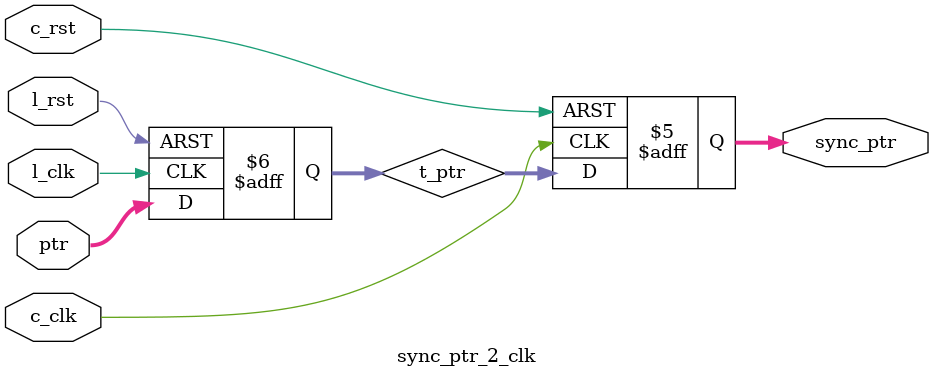
<source format=v>
module sync_ptr_2_clk #(parameter ASIZE=32)
                (output reg [ASIZE:0] sync_ptr,
                input [ASIZE:0] ptr,
                input l_clk, l_rst, c_clk, c_rst);

    reg [ASIZE:0] t_ptr;

    always @(posedge l_clk, negedge l_rst)
        if(!l_rst) t_ptr <= 0;
        else     t_ptr <= ptr;

    always @(posedge c_clk, negedge c_rst)
        if(!c_rst)  sync_ptr <= 0;
        else        sync_ptr <= t_ptr;

endmodule
</source>
